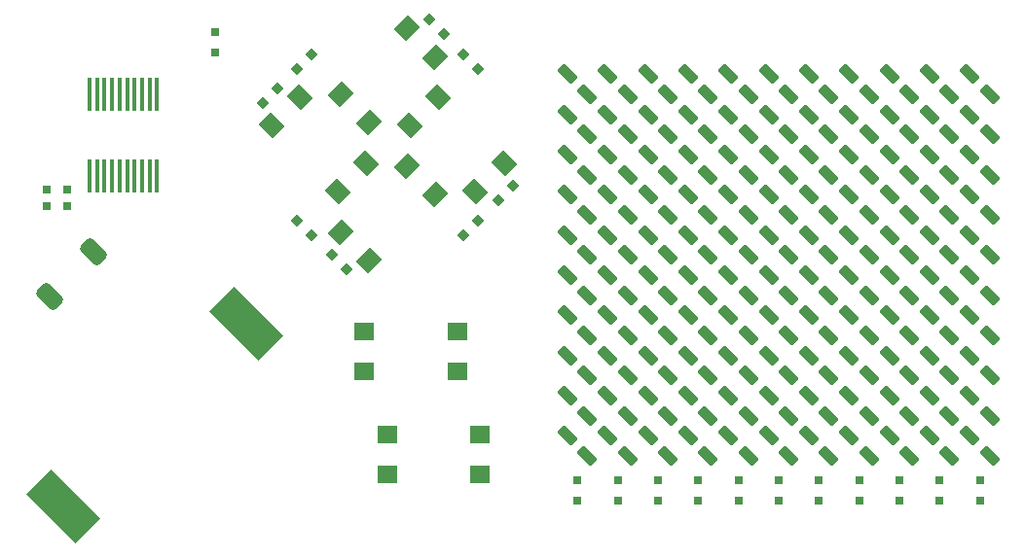
<source format=gbr>
%TF.GenerationSoftware,KiCad,Pcbnew,(6.0.9)*%
%TF.CreationDate,2023-01-07T05:09:31-05:00*%
%TF.ProjectId,businesscard,62757369-6e65-4737-9363-6172642e6b69,rev?*%
%TF.SameCoordinates,Original*%
%TF.FileFunction,Paste,Bot*%
%TF.FilePolarity,Positive*%
%FSLAX46Y46*%
G04 Gerber Fmt 4.6, Leading zero omitted, Abs format (unit mm)*
G04 Created by KiCad (PCBNEW (6.0.9)) date 2023-01-07 05:09:31*
%MOMM*%
%LPD*%
G01*
G04 APERTURE LIST*
G04 Aperture macros list*
%AMRoundRect*
0 Rectangle with rounded corners*
0 $1 Rounding radius*
0 $2 $3 $4 $5 $6 $7 $8 $9 X,Y pos of 4 corners*
0 Add a 4 corners polygon primitive as box body*
4,1,4,$2,$3,$4,$5,$6,$7,$8,$9,$2,$3,0*
0 Add four circle primitives for the rounded corners*
1,1,$1+$1,$2,$3*
1,1,$1+$1,$4,$5*
1,1,$1+$1,$6,$7*
1,1,$1+$1,$8,$9*
0 Add four rect primitives between the rounded corners*
20,1,$1+$1,$2,$3,$4,$5,0*
20,1,$1+$1,$4,$5,$6,$7,0*
20,1,$1+$1,$6,$7,$8,$9,0*
20,1,$1+$1,$8,$9,$2,$3,0*%
%AMRotRect*
0 Rectangle, with rotation*
0 The origin of the aperture is its center*
0 $1 length*
0 $2 width*
0 $3 Rotation angle, in degrees counterclockwise*
0 Add horizontal line*
21,1,$1,$2,0,0,$3*%
G04 Aperture macros list end*
%ADD10RoundRect,0.100000X0.100000X-1.337500X0.100000X1.337500X-0.100000X1.337500X-0.100000X-1.337500X0*%
%ADD11RoundRect,0.375000X0.808223X-0.277893X-0.277893X0.808223X-0.808223X0.277893X0.277893X-0.808223X0*%
%ADD12RotRect,3.000000X6.000000X45.000000*%
%ADD13R,0.737000X0.800000*%
%ADD14RotRect,0.800000X0.737000X315.000000*%
%ADD15RotRect,0.800000X0.737000X45.000000*%
%ADD16RotRect,0.800000X0.737000X135.000000*%
%ADD17RotRect,0.800000X0.737000X225.000000*%
%ADD18R,0.800000X0.737000*%
%ADD19RotRect,1.700000X1.500000X225.000000*%
%ADD20RotRect,1.700000X1.500000X315.000000*%
%ADD21RotRect,1.700000X1.500000X45.000000*%
%ADD22RotRect,1.700000X1.500000X135.000000*%
%ADD23R,1.700000X1.500000*%
%ADD24RoundRect,0.237500X-0.618718X0.282843X0.282843X-0.618718X0.618718X-0.282843X-0.282843X0.618718X0*%
G04 APERTURE END LIST*
D10*
%TO.C,U1*%
X101075000Y-65762500D03*
X101725000Y-65762500D03*
X102375000Y-65762500D03*
X103025000Y-65762500D03*
X103675000Y-65762500D03*
X104325000Y-65762500D03*
X104975000Y-65762500D03*
X105625000Y-65762500D03*
X106275000Y-65762500D03*
X106925000Y-65762500D03*
X106925000Y-58637500D03*
X106275000Y-58637500D03*
X105625000Y-58637500D03*
X104975000Y-58637500D03*
X104325000Y-58637500D03*
X103675000Y-58637500D03*
X103025000Y-58637500D03*
X102375000Y-58637500D03*
X101725000Y-58637500D03*
X101075000Y-58637500D03*
%TD*%
D11*
%TO.C,SW1*%
X101444544Y-72305456D03*
X97555456Y-76194544D03*
%TD*%
D12*
%TO.C,BT1*%
X114659902Y-78590098D03*
X98750000Y-94500000D03*
%TD*%
D13*
%TO.C,R19*%
X143500000Y-94000000D03*
X143500000Y-92200000D03*
%TD*%
%TO.C,R18*%
X147000000Y-94000000D03*
X147000000Y-92200000D03*
%TD*%
%TO.C,R17*%
X150500000Y-94000000D03*
X150500000Y-92200000D03*
%TD*%
%TO.C,R16*%
X154000000Y-94000000D03*
X154000000Y-92200000D03*
%TD*%
%TO.C,R15*%
X157500000Y-94000000D03*
X157500000Y-92200000D03*
%TD*%
%TO.C,R14*%
X161000000Y-94000000D03*
X161000000Y-92200000D03*
%TD*%
%TO.C,R13*%
X164500000Y-94000000D03*
X164500000Y-92200000D03*
%TD*%
%TO.C,R12*%
X168000000Y-94000000D03*
X168000000Y-92200000D03*
%TD*%
%TO.C,R11*%
X171500000Y-94000000D03*
X171500000Y-92200000D03*
%TD*%
%TO.C,R10*%
X175000000Y-94000000D03*
X175000000Y-92200000D03*
%TD*%
%TO.C,R9*%
X178500000Y-94000000D03*
X178500000Y-92200000D03*
%TD*%
D14*
%TO.C,R8*%
X122113604Y-72613604D03*
X123386396Y-73886396D03*
%TD*%
D15*
%TO.C,R7*%
X136613604Y-67886396D03*
X137886396Y-66613604D03*
%TD*%
D16*
%TO.C,R6*%
X131886396Y-53386396D03*
X130613604Y-52113604D03*
%TD*%
D17*
%TO.C,R5*%
X116113604Y-59386396D03*
X117386396Y-58113604D03*
%TD*%
D14*
%TO.C,R4*%
X120386396Y-70886396D03*
X119113604Y-69613604D03*
%TD*%
D15*
%TO.C,R3*%
X133613604Y-70886396D03*
X134886396Y-69613604D03*
%TD*%
D16*
%TO.C,R2*%
X133613604Y-55113604D03*
X134886396Y-56386396D03*
%TD*%
D17*
%TO.C,R1*%
X120386396Y-55113604D03*
X119113604Y-56386396D03*
%TD*%
D18*
%TO.C,C3*%
X97300000Y-68400000D03*
X99100000Y-68400000D03*
%TD*%
%TO.C,C2*%
X97300000Y-66900000D03*
X99100000Y-66900000D03*
%TD*%
D13*
%TO.C,C1*%
X111950000Y-53200000D03*
X111950000Y-55000000D03*
%TD*%
D19*
%TO.C,SW7*%
X131101219Y-67373654D03*
X125373654Y-73101219D03*
X122898781Y-70626346D03*
X128626346Y-64898781D03*
%TD*%
D20*
%TO.C,SW6*%
X131373654Y-58898781D03*
X137101219Y-64626346D03*
X134626346Y-67101219D03*
X128898781Y-61373654D03*
%TD*%
D21*
%TO.C,SW5*%
X122898781Y-58626346D03*
X128626346Y-52898781D03*
X131101219Y-55373654D03*
X125373654Y-61101219D03*
%TD*%
D22*
%TO.C,SW4*%
X122626346Y-67101219D03*
X116898781Y-61373654D03*
X119373654Y-58898781D03*
X125101219Y-64626346D03*
%TD*%
D23*
%TO.C,SW3*%
X133050000Y-82750000D03*
X124950000Y-82750000D03*
X124950000Y-79250000D03*
X133050000Y-79250000D03*
%TD*%
%TO.C,SW2*%
X135050000Y-91750000D03*
X126950000Y-91750000D03*
X126950000Y-88250000D03*
X135050000Y-88250000D03*
%TD*%
D24*
%TO.C,D33*%
X153133794Y-63883794D03*
X154866206Y-65616206D03*
%TD*%
%TO.C,D110*%
X177633794Y-88383794D03*
X179366206Y-90116206D03*
%TD*%
%TO.C,D109*%
X177633794Y-84883794D03*
X179366206Y-86616206D03*
%TD*%
%TO.C,D108*%
X177633794Y-81383794D03*
X179366206Y-83116206D03*
%TD*%
%TO.C,D107*%
X177633794Y-77883794D03*
X179366206Y-79616206D03*
%TD*%
%TO.C,D106*%
X177633794Y-74383794D03*
X179366206Y-76116206D03*
%TD*%
%TO.C,D105*%
X177633794Y-70883794D03*
X179366206Y-72616206D03*
%TD*%
%TO.C,D104*%
X177633794Y-67383794D03*
X179366206Y-69116206D03*
%TD*%
%TO.C,D103*%
X177633794Y-63883794D03*
X179366206Y-65616206D03*
%TD*%
%TO.C,D102*%
X177633794Y-60383794D03*
X179366206Y-62116206D03*
%TD*%
%TO.C,D101*%
X177633794Y-56883794D03*
X179366206Y-58616206D03*
%TD*%
%TO.C,D100*%
X174133794Y-88383794D03*
X175866206Y-90116206D03*
%TD*%
%TO.C,D99*%
X174133794Y-84883794D03*
X175866206Y-86616206D03*
%TD*%
%TO.C,D98*%
X174133794Y-81383794D03*
X175866206Y-83116206D03*
%TD*%
%TO.C,D97*%
X174133794Y-77883794D03*
X175866206Y-79616206D03*
%TD*%
%TO.C,D96*%
X174133794Y-74383794D03*
X175866206Y-76116206D03*
%TD*%
%TO.C,D95*%
X174133794Y-70883794D03*
X175866206Y-72616206D03*
%TD*%
%TO.C,D94*%
X174133794Y-67383794D03*
X175866206Y-69116206D03*
%TD*%
%TO.C,D93*%
X174133794Y-63883794D03*
X175866206Y-65616206D03*
%TD*%
%TO.C,D92*%
X174133794Y-60383794D03*
X175866206Y-62116206D03*
%TD*%
%TO.C,D91*%
X174133794Y-56883794D03*
X175866206Y-58616206D03*
%TD*%
%TO.C,D90*%
X170633794Y-88383794D03*
X172366206Y-90116206D03*
%TD*%
%TO.C,D89*%
X170633794Y-84883794D03*
X172366206Y-86616206D03*
%TD*%
%TO.C,D88*%
X170633794Y-81383794D03*
X172366206Y-83116206D03*
%TD*%
%TO.C,D87*%
X170633794Y-77883794D03*
X172366206Y-79616206D03*
%TD*%
%TO.C,D86*%
X170633794Y-74383794D03*
X172366206Y-76116206D03*
%TD*%
%TO.C,D85*%
X170633794Y-70883794D03*
X172366206Y-72616206D03*
%TD*%
%TO.C,D84*%
X170633794Y-67383794D03*
X172366206Y-69116206D03*
%TD*%
%TO.C,D83*%
X170633794Y-63883794D03*
X172366206Y-65616206D03*
%TD*%
%TO.C,D82*%
X170633794Y-60383794D03*
X172366206Y-62116206D03*
%TD*%
%TO.C,D81*%
X170633794Y-56883794D03*
X172366206Y-58616206D03*
%TD*%
%TO.C,D80*%
X167133794Y-88383794D03*
X168866206Y-90116206D03*
%TD*%
%TO.C,D79*%
X167133794Y-84883794D03*
X168866206Y-86616206D03*
%TD*%
%TO.C,D78*%
X167133794Y-81383794D03*
X168866206Y-83116206D03*
%TD*%
%TO.C,D77*%
X167133794Y-77883794D03*
X168866206Y-79616206D03*
%TD*%
%TO.C,D76*%
X167133794Y-74383794D03*
X168866206Y-76116206D03*
%TD*%
%TO.C,D75*%
X167133794Y-70883794D03*
X168866206Y-72616206D03*
%TD*%
%TO.C,D74*%
X167133794Y-67383794D03*
X168866206Y-69116206D03*
%TD*%
%TO.C,D73*%
X167133794Y-63883794D03*
X168866206Y-65616206D03*
%TD*%
%TO.C,D72*%
X167133794Y-60383794D03*
X168866206Y-62116206D03*
%TD*%
%TO.C,D71*%
X167133794Y-56883794D03*
X168866206Y-58616206D03*
%TD*%
%TO.C,D70*%
X163633794Y-88383794D03*
X165366206Y-90116206D03*
%TD*%
%TO.C,D69*%
X163633794Y-84883794D03*
X165366206Y-86616206D03*
%TD*%
%TO.C,D68*%
X163633794Y-81383794D03*
X165366206Y-83116206D03*
%TD*%
%TO.C,D67*%
X163633794Y-77883794D03*
X165366206Y-79616206D03*
%TD*%
%TO.C,D66*%
X163633794Y-74383794D03*
X165366206Y-76116206D03*
%TD*%
%TO.C,D65*%
X163633794Y-70883794D03*
X165366206Y-72616206D03*
%TD*%
%TO.C,D64*%
X163633794Y-67383794D03*
X165366206Y-69116206D03*
%TD*%
%TO.C,D63*%
X163633794Y-63883794D03*
X165366206Y-65616206D03*
%TD*%
%TO.C,D62*%
X163633794Y-60383794D03*
X165366206Y-62116206D03*
%TD*%
%TO.C,D61*%
X163633794Y-56883794D03*
X165366206Y-58616206D03*
%TD*%
%TO.C,D60*%
X160133794Y-88383794D03*
X161866206Y-90116206D03*
%TD*%
%TO.C,D59*%
X160133794Y-84883794D03*
X161866206Y-86616206D03*
%TD*%
%TO.C,D58*%
X160133794Y-81383794D03*
X161866206Y-83116206D03*
%TD*%
%TO.C,D57*%
X160133794Y-77883794D03*
X161866206Y-79616206D03*
%TD*%
%TO.C,D56*%
X160133794Y-74383794D03*
X161866206Y-76116206D03*
%TD*%
%TO.C,D55*%
X160133794Y-70883794D03*
X161866206Y-72616206D03*
%TD*%
%TO.C,D54*%
X160133794Y-67383794D03*
X161866206Y-69116206D03*
%TD*%
%TO.C,D53*%
X160133794Y-63883794D03*
X161866206Y-65616206D03*
%TD*%
%TO.C,D52*%
X160133794Y-60383794D03*
X161866206Y-62116206D03*
%TD*%
%TO.C,D51*%
X160133794Y-56883794D03*
X161866206Y-58616206D03*
%TD*%
%TO.C,D50*%
X156633794Y-88383794D03*
X158366206Y-90116206D03*
%TD*%
%TO.C,D49*%
X156633794Y-84883794D03*
X158366206Y-86616206D03*
%TD*%
%TO.C,D48*%
X156633794Y-81383794D03*
X158366206Y-83116206D03*
%TD*%
%TO.C,D47*%
X156633794Y-77883794D03*
X158366206Y-79616206D03*
%TD*%
%TO.C,D46*%
X156633794Y-74383794D03*
X158366206Y-76116206D03*
%TD*%
%TO.C,D45*%
X156633794Y-70883794D03*
X158366206Y-72616206D03*
%TD*%
%TO.C,D44*%
X156633794Y-67383794D03*
X158366206Y-69116206D03*
%TD*%
%TO.C,D43*%
X156633794Y-63883794D03*
X158366206Y-65616206D03*
%TD*%
%TO.C,D42*%
X156633794Y-60383794D03*
X158366206Y-62116206D03*
%TD*%
%TO.C,D41*%
X156633794Y-56883794D03*
X158366206Y-58616206D03*
%TD*%
%TO.C,D40*%
X153133794Y-88383794D03*
X154866206Y-90116206D03*
%TD*%
%TO.C,D39*%
X153133794Y-84883794D03*
X154866206Y-86616206D03*
%TD*%
%TO.C,D38*%
X153133794Y-81383794D03*
X154866206Y-83116206D03*
%TD*%
%TO.C,D37*%
X153133794Y-77883794D03*
X154866206Y-79616206D03*
%TD*%
%TO.C,D36*%
X153133794Y-74383794D03*
X154866206Y-76116206D03*
%TD*%
%TO.C,D35*%
X153133794Y-70883794D03*
X154866206Y-72616206D03*
%TD*%
%TO.C,D34*%
X153133794Y-67383794D03*
X154866206Y-69116206D03*
%TD*%
%TO.C,D32*%
X153133794Y-60383794D03*
X154866206Y-62116206D03*
%TD*%
%TO.C,D31*%
X153133794Y-56883794D03*
X154866206Y-58616206D03*
%TD*%
%TO.C,D30*%
X149633794Y-88383794D03*
X151366206Y-90116206D03*
%TD*%
%TO.C,D29*%
X149633794Y-84883794D03*
X151366206Y-86616206D03*
%TD*%
%TO.C,D28*%
X149633794Y-81383794D03*
X151366206Y-83116206D03*
%TD*%
%TO.C,D27*%
X149633794Y-77883794D03*
X151366206Y-79616206D03*
%TD*%
%TO.C,D26*%
X149633794Y-74383794D03*
X151366206Y-76116206D03*
%TD*%
%TO.C,D25*%
X149633794Y-70883794D03*
X151366206Y-72616206D03*
%TD*%
%TO.C,D24*%
X149633794Y-67383794D03*
X151366206Y-69116206D03*
%TD*%
%TO.C,D23*%
X149633794Y-63883794D03*
X151366206Y-65616206D03*
%TD*%
%TO.C,D22*%
X149633794Y-60383794D03*
X151366206Y-62116206D03*
%TD*%
%TO.C,D21*%
X149633794Y-56883794D03*
X151366206Y-58616206D03*
%TD*%
%TO.C,D20*%
X146133794Y-88383794D03*
X147866206Y-90116206D03*
%TD*%
%TO.C,D19*%
X146133794Y-84883794D03*
X147866206Y-86616206D03*
%TD*%
%TO.C,D18*%
X146133794Y-81383794D03*
X147866206Y-83116206D03*
%TD*%
%TO.C,D17*%
X146133794Y-77883794D03*
X147866206Y-79616206D03*
%TD*%
%TO.C,D16*%
X146133794Y-74383794D03*
X147866206Y-76116206D03*
%TD*%
%TO.C,D15*%
X146133794Y-70883794D03*
X147866206Y-72616206D03*
%TD*%
%TO.C,D14*%
X146133794Y-67383794D03*
X147866206Y-69116206D03*
%TD*%
%TO.C,D13*%
X146133794Y-63883794D03*
X147866206Y-65616206D03*
%TD*%
%TO.C,D12*%
X146133794Y-60383794D03*
X147866206Y-62116206D03*
%TD*%
%TO.C,D11*%
X146133794Y-56883794D03*
X147866206Y-58616206D03*
%TD*%
%TO.C,D10*%
X142633794Y-88383794D03*
X144366206Y-90116206D03*
%TD*%
%TO.C,D9*%
X142633794Y-84883794D03*
X144366206Y-86616206D03*
%TD*%
%TO.C,D8*%
X142633794Y-81383794D03*
X144366206Y-83116206D03*
%TD*%
%TO.C,D7*%
X142633794Y-77883794D03*
X144366206Y-79616206D03*
%TD*%
%TO.C,D6*%
X142633794Y-74383794D03*
X144366206Y-76116206D03*
%TD*%
%TO.C,D5*%
X142633794Y-70883794D03*
X144366206Y-72616206D03*
%TD*%
%TO.C,D4*%
X142633794Y-67383794D03*
X144366206Y-69116206D03*
%TD*%
%TO.C,D3*%
X142633794Y-63883794D03*
X144366206Y-65616206D03*
%TD*%
%TO.C,D2*%
X142633794Y-60383794D03*
X144366206Y-62116206D03*
%TD*%
%TO.C,D1*%
X142633794Y-56883794D03*
X144366206Y-58616206D03*
%TD*%
M02*

</source>
